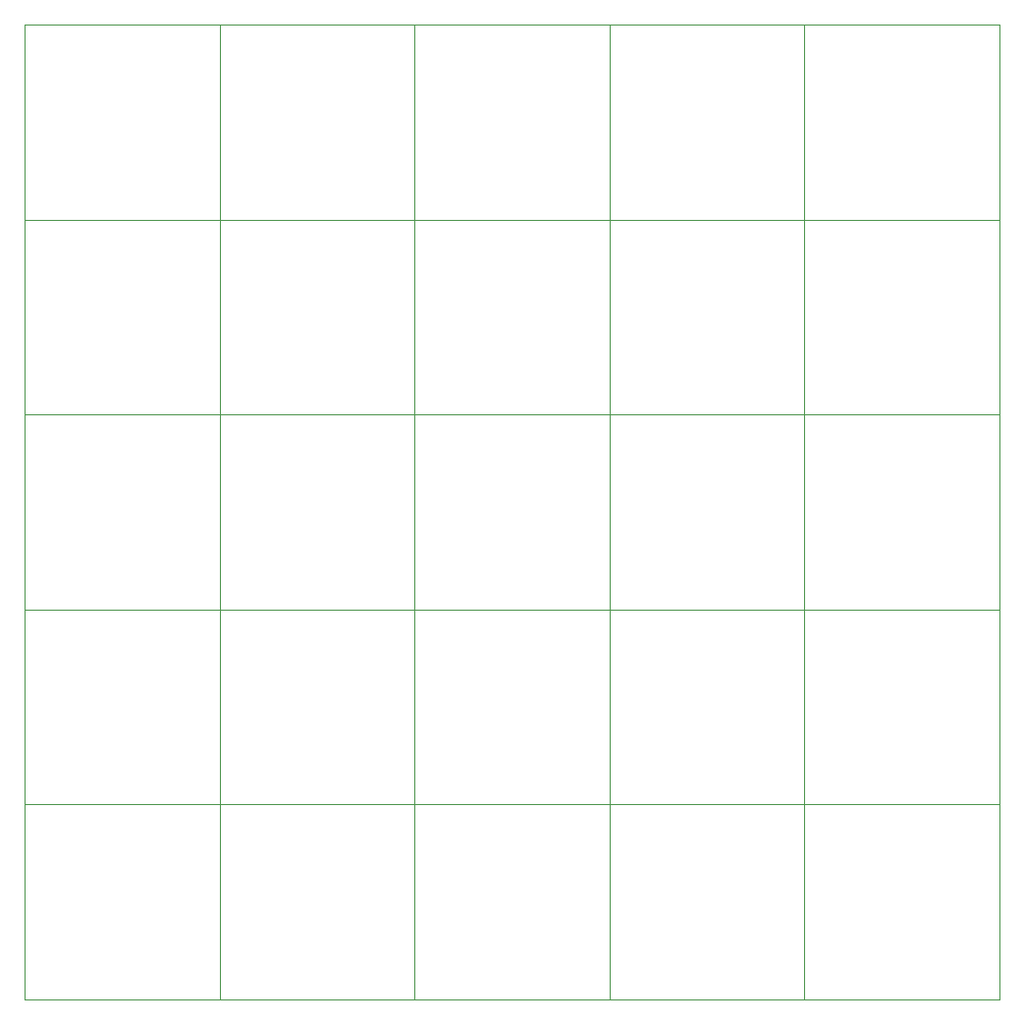
<source format=gm1>
G04 #@! TF.GenerationSoftware,KiCad,Pcbnew,7.0.9*
G04 #@! TF.CreationDate,2024-01-02T20:31:58+01:00*
G04 #@! TF.ProjectId,Nutzen,4e75747a-656e-42e6-9b69-6361645f7063,rev?*
G04 #@! TF.SameCoordinates,Original*
G04 #@! TF.FileFunction,Profile,NP*
%FSLAX46Y46*%
G04 Gerber Fmt 4.6, Leading zero omitted, Abs format (unit mm)*
G04 Created by KiCad (PCBNEW 7.0.9) date 2024-01-02 20:31:58*
%MOMM*%
%LPD*%
G01*
G04 APERTURE LIST*
G04 #@! TA.AperFunction,Profile*
%ADD10C,0.100000*%
G04 #@! TD*
G04 APERTURE END LIST*
D10*
X136350000Y-109950000D02*
X153150000Y-109950000D01*
X153150000Y-109950000D02*
X153150000Y-93150000D01*
X136350000Y-42750000D02*
X136350000Y-59550000D01*
X153150000Y-76350000D02*
X136350000Y-76350000D01*
X153150000Y-93150000D02*
X153150000Y-76350000D01*
X153150000Y-42750000D02*
X136350000Y-42750000D01*
X136350000Y-76350000D02*
X136350000Y-93150000D01*
X136350000Y-93150000D02*
X153150000Y-93150000D01*
X136350000Y-59550000D02*
X136350000Y-76350000D01*
X153150000Y-59550000D02*
X136350000Y-59550000D01*
X136350000Y-76350000D02*
X153150000Y-76350000D01*
X153150000Y-76350000D02*
X153150000Y-59550000D01*
X136350000Y-59550000D02*
X153150000Y-59550000D01*
X153150000Y-59550000D02*
X153150000Y-42750000D01*
X153150000Y-109950000D02*
X136350000Y-109950000D01*
X136350000Y-109950000D02*
X136350000Y-126750000D01*
X153150000Y-93150000D02*
X136350000Y-93150000D01*
X136350000Y-126750000D02*
X153150000Y-126750000D01*
X153150000Y-126750000D02*
X153150000Y-109950000D01*
X136350000Y-93150000D02*
X136350000Y-109950000D01*
X119550000Y-109950000D02*
X136350000Y-109950000D01*
X136350000Y-109950000D02*
X136350000Y-93150000D01*
X119550000Y-42750000D02*
X119550000Y-59550000D01*
X136350000Y-76350000D02*
X119550000Y-76350000D01*
X136350000Y-93150000D02*
X136350000Y-76350000D01*
X136350000Y-42750000D02*
X119550000Y-42750000D01*
X119550000Y-76350000D02*
X119550000Y-93150000D01*
X119550000Y-93150000D02*
X136350000Y-93150000D01*
X119550000Y-59550000D02*
X119550000Y-76350000D01*
X136350000Y-59550000D02*
X119550000Y-59550000D01*
X119550000Y-76350000D02*
X136350000Y-76350000D01*
X136350000Y-76350000D02*
X136350000Y-59550000D01*
X119550000Y-59550000D02*
X136350000Y-59550000D01*
X136350000Y-59550000D02*
X136350000Y-42750000D01*
X136350000Y-109950000D02*
X119550000Y-109950000D01*
X119550000Y-109950000D02*
X119550000Y-126750000D01*
X136350000Y-93150000D02*
X119550000Y-93150000D01*
X119550000Y-126750000D02*
X136350000Y-126750000D01*
X136350000Y-126750000D02*
X136350000Y-109950000D01*
X119550000Y-93150000D02*
X119550000Y-109950000D01*
X102750000Y-109950000D02*
X119550000Y-109950000D01*
X119550000Y-109950000D02*
X119550000Y-93150000D01*
X102750000Y-42750000D02*
X102750000Y-59550000D01*
X119550000Y-76350000D02*
X102750000Y-76350000D01*
X119550000Y-93150000D02*
X119550000Y-76350000D01*
X119550000Y-42750000D02*
X102750000Y-42750000D01*
X102750000Y-76350000D02*
X102750000Y-93150000D01*
X102750000Y-93150000D02*
X119550000Y-93150000D01*
X102750000Y-59550000D02*
X102750000Y-76350000D01*
X119550000Y-59550000D02*
X102750000Y-59550000D01*
X102750000Y-76350000D02*
X119550000Y-76350000D01*
X119550000Y-76350000D02*
X119550000Y-59550000D01*
X102750000Y-59550000D02*
X119550000Y-59550000D01*
X119550000Y-59550000D02*
X119550000Y-42750000D01*
X119550000Y-109950000D02*
X102750000Y-109950000D01*
X102750000Y-109950000D02*
X102750000Y-126750000D01*
X119550000Y-93150000D02*
X102750000Y-93150000D01*
X102750000Y-126750000D02*
X119550000Y-126750000D01*
X119550000Y-126750000D02*
X119550000Y-109950000D01*
X102750000Y-93150000D02*
X102750000Y-109950000D01*
X85950000Y-109950000D02*
X102750000Y-109950000D01*
X102750000Y-109950000D02*
X102750000Y-93150000D01*
X85950000Y-42750000D02*
X85950000Y-59550000D01*
X102750000Y-76350000D02*
X85950000Y-76350000D01*
X102750000Y-93150000D02*
X102750000Y-76350000D01*
X102750000Y-42750000D02*
X85950000Y-42750000D01*
X85950000Y-76350000D02*
X85950000Y-93150000D01*
X85950000Y-93150000D02*
X102750000Y-93150000D01*
X85950000Y-59550000D02*
X85950000Y-76350000D01*
X102750000Y-59550000D02*
X85950000Y-59550000D01*
X85950000Y-76350000D02*
X102750000Y-76350000D01*
X102750000Y-76350000D02*
X102750000Y-59550000D01*
X85950000Y-59550000D02*
X102750000Y-59550000D01*
X102750000Y-59550000D02*
X102750000Y-42750000D01*
X102750000Y-109950000D02*
X85950000Y-109950000D01*
X85950000Y-109950000D02*
X85950000Y-126750000D01*
X102750000Y-93150000D02*
X85950000Y-93150000D01*
X85950000Y-126750000D02*
X102750000Y-126750000D01*
X102750000Y-126750000D02*
X102750000Y-109950000D01*
X85950000Y-93150000D02*
X85950000Y-109950000D01*
X69150000Y-109950000D02*
X69150000Y-126750000D01*
X85950000Y-109950000D02*
X69150000Y-109950000D01*
X69150000Y-126750000D02*
X85950000Y-126750000D01*
X85950000Y-126750000D02*
X85950000Y-109950000D01*
X69150000Y-93150000D02*
X69150000Y-109950000D01*
X85950000Y-93150000D02*
X69150000Y-93150000D01*
X69150000Y-109950000D02*
X85950000Y-109950000D01*
X85950000Y-109950000D02*
X85950000Y-93150000D01*
X69150000Y-76350000D02*
X69150000Y-93150000D01*
X85950000Y-76350000D02*
X69150000Y-76350000D01*
X69150000Y-93150000D02*
X85950000Y-93150000D01*
X85950000Y-93150000D02*
X85950000Y-76350000D01*
X69150000Y-59550000D02*
X69150000Y-76350000D01*
X85950000Y-59550000D02*
X69150000Y-59550000D01*
X69150000Y-76350000D02*
X85950000Y-76350000D01*
X85950000Y-76350000D02*
X85950000Y-59550000D01*
X69150000Y-59550000D02*
X85950000Y-59550000D01*
X85950000Y-42750000D02*
X69150000Y-42750000D01*
X85950000Y-59550000D02*
X85950000Y-42750000D01*
X69150000Y-42750000D02*
X69150000Y-59550000D01*
M02*

</source>
